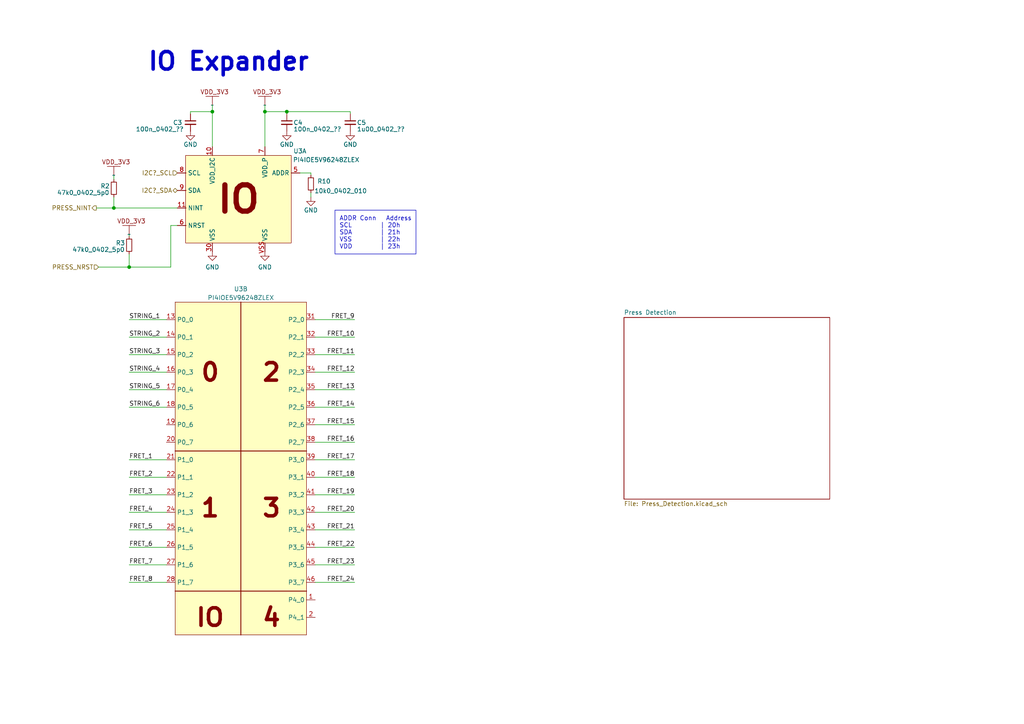
<source format=kicad_sch>
(kicad_sch (version 20250114) (generator "eeschema") (generator_version "9.0")
  (paper "A4")
  (title_block (title "Beacon Lite") (date "2025-04-13") (rev "1") (company "Beep Boop"))
  (lib_symbols
    (symbol "Beacon_Lite_Library:PI4IOE5V96248ZLEX"
      (property "Reference" "U" (at 26.035 3.175 0))
      (property "Value" "PI4IOE5V96248ZLEX" (at 34.925 1.27 0))
      (symbol "PI4IOE5V96248ZLEX_1_1"
        (rectangle (start -0.127 0) (end 30.48 -25.4) (fill (type background)))
        (text "IO" (at 15.24 -12.7 0) (effects (font (size 7.62 7.62) (bold yes))))
        (pin input line (at -2.54 -5.08 0) (length 2.54) (name "SCL") (number "8"))
        (pin bidirectional line (at -2.54 -10.16 0) (length 2.54) (name "SDA") (number "9"))
        (pin output line (at -2.54 -15.24 0) (length 2.54) (name "NINT") (number "11"))
        (pin input line (at -2.54 -20.32 0) (length 2.54) (name "NRST") (number "6"))
        (pin power_in line (at 7.62 2.54 270) (length 2.54) (name "VDD_I2C") (number "10"))
        (pin passive line (at 7.62 -27.94 90) (length 2.54) (name "VSS") (number "30"))
        (pin power_in line (at 22.86 2.54 270) (length 2.54) (name "VDD_P") (number "7"))
        (pin passive line (at 22.86 -27.94 90) (length 2.54) (name "VSS") (number "VSS"))
        (pin input line (at 33.02 -5.08 180) (length 2.54) (name "ADDR") (number "5"))
        (pin no_connect line (at 36.83 -20.32 180) (length 1.27) (hide yes) (name "NC") (number "3"))
        (pin no_connect line (at 36.83 -24.13 180) (length 1.27) (hide yes) (name "NC") (number "4"))
        (pin no_connect line (at 36.83 -27.94 180) (length 1.27) (hide yes) (name "NC") (number "12"))
        (pin no_connect line (at 36.83 -31.75 180) (length 1.27) (hide yes) (name "NC") (number "29"))
      )
      (symbol "PI4IOE5V96248ZLEX_2_1"
        (rectangle (start -0.127 0) (end 38.1 -96.52) (fill (type background)))
        (polyline (pts (xy 20.32 -83.82) (xy 20.32 0)) (stroke (width 0.254)))
        (polyline (pts (xy 38.1 -43.18) (xy 0 -43.18)) (stroke (width 0.254)))
        (polyline (pts (xy 38.1 -83.82) (xy 0 -83.82)) (stroke (width 0.254)))
        (text "0" (at 11.43 -20.32 0) (effects (font (size 5.08 5.08) (bold yes))))
        (text "1" (at 11.43 -59.69 0) (effects (font (size 5.08 5.08) (bold yes))))
        (text "IO" (at 11.43 -91.44 0) (effects (font (size 5.08 5.08) (bold yes))))
        (text "2" (at 27.94 -20.32 0) (effects (font (size 5.08 5.08) (bold yes))))
        (text "3" (at 27.94 -59.69 0) (effects (font (size 5.08 5.08) (bold yes))))
        (text "4" (at 27.94 -91.44 0) (effects (font (size 5.08 5.08) (bold yes))))
        (pin unspecified line (at -2.54 -5.08 0) (length 2.54) (name "P0_0") (number "13"))
        (pin unspecified line (at -2.54 -10.16 0) (length 2.54) (name "P0_1") (number "14"))
        (pin unspecified line (at -2.54 -15.24 0) (length 2.54) (name "P0_2") (number "15"))
        (pin unspecified line (at -2.54 -20.32 0) (length 2.54) (name "P0_3") (number "16"))
        (pin unspecified line (at -2.54 -25.4 0) (length 2.54) (name "P0_4") (number "17"))
        (pin unspecified line (at -2.54 -30.48 0) (length 2.54) (name "P0_5") (number "18"))
        (pin unspecified line (at -2.54 -35.56 0) (length 2.54) (name "P0_6") (number "19"))
        (pin unspecified line (at -2.54 -40.64 0) (length 2.54) (name "P0_7") (number "20"))
        (pin unspecified line (at -2.54 -45.72 0) (length 2.54) (name "P1_0") (number "21"))
        (pin unspecified line (at -2.54 -50.8 0) (length 2.54) (name "P1_1") (number "22"))
        (pin unspecified line (at -2.54 -55.88 0) (length 2.54) (name "P1_2") (number "23"))
        (pin unspecified line (at -2.54 -60.96 0) (length 2.54) (name "P1_3") (number "24"))
        (pin unspecified line (at -2.54 -66.04 0) (length 2.54) (name "P1_4") (number "25"))
        (pin unspecified line (at -2.54 -71.12 0) (length 2.54) (name "P1_5") (number "26"))
        (pin unspecified line (at -2.54 -76.2 0) (length 2.54) (name "P1_6") (number "27"))
        (pin unspecified line (at -2.54 -81.28 0) (length 2.54) (name "P1_7") (number "28"))
        (pin unspecified line (at 40.64 -40.64 180) (length 2.54) (name "P2_7") (number "38"))
        (pin unspecified line (at 40.64 -45.72 180) (length 2.54) (name "P3_0") (number "39"))
        (pin unspecified line (at 40.64 -50.8 180) (length 2.54) (name "P3_1") (number "40"))
        (pin unspecified line (at 40.64 -55.88 180) (length 2.54) (name "P3_2") (number "41"))
        (pin unspecified line (at 40.64 -60.96 180) (length 2.54) (name "P3_3") (number "42"))
        (pin unspecified line (at 40.64 -66.04 180) (length 2.54) (name "P3_4") (number "43"))
        (pin unspecified line (at 40.64 -71.12 180) (length 2.54) (name "P3_5") (number "44"))
        (pin unspecified line (at 40.64 -76.2 180) (length 2.54) (name "P3_6") (number "45"))
        (pin unspecified line (at 40.64 -81.28 180) (length 2.54) (name "P3_7") (number "46"))
        (pin unspecified line (at 40.64 -86.36 180) (length 2.54) (name "P4_0") (number "1"))
        (pin unspecified line (at 40.64 -91.44 180) (length 2.54) (name "P4_1") (number "2"))
        (pin unspecified line (at 40.7337 -4.9243 180) (length 2.54) (name "P2_0") (number "31"))
        (pin unspecified line (at 40.7337 -10.0043 180) (length 2.54) (name "P2_1") (number "32"))
        (pin unspecified line (at 40.7337 -15.0843 180) (length 2.54) (name "P2_2") (number "33"))
        (pin unspecified line (at 40.7337 -20.1643 180) (length 2.54) (name "P2_3") (number "34"))
        (pin unspecified line (at 40.7337 -25.2443 180) (length 2.54) (name "P2_4") (number "35"))
        (pin unspecified line (at 40.7337 -30.3243 180) (length 2.54) (name "P2_5") (number "36"))
        (pin unspecified line (at 40.7337 -35.4043 180) (length 2.54) (name "P2_6") (number "37"))
      )
    )
    (symbol "Beacon_Lite_Library:VDD_3V3"
      (symbol "VDD_3V3_0_0"
        (text "VDD_3V3" (at 0.635 3.81 0) (effects (font (size 1.27 1.27))))
      )
      (symbol "VDD_3V3_0_1"
        (polyline (pts (xy 0 2.54) (xy 0 0)))
        (polyline (pts (xy 1.905 2.54) (xy -1.905 2.54)))
      )
      (symbol "VDD_3V3_1_1"
        (pin power_in line (at 0 0 90) (length 2.54) (hide yes) (name "VDD_3V3") (number ""))
      )
    )
    (symbol "Device:C_Small" (pin_numbers (hide yes)) (pin_names (offset 0.254) (hide yes))
      (property "Reference" "C" (at 0.254 1.778 0))
      (property "Value" "C_Small" (at 0.254 -2.032 0))
      (symbol "C_Small_0_1"
        (polyline (pts (xy -1.524 0.508) (xy 1.524 0.508)) (stroke (width 0.3048)))
        (polyline (pts (xy -1.524 -0.508) (xy 1.524 -0.508)) (stroke (width 0.3302)))
      )
      (symbol "C_Small_1_1"
        (pin passive line (at 0 2.54 270) (length 2.032) (name "~") (number "1"))
        (pin passive line (at 0 -2.54 90) (length 2.032) (name "~") (number "2"))
      )
    )
    (symbol "Device:R_Small" (pin_numbers (hide yes)) (pin_names (offset 0.254) (hide yes))
      (property "Reference" "R" (at 0.762 0.508 0))
      (property "Value" "R_Small" (at 0.762 -1.016 0))
      (symbol "R_Small_0_1"
        (rectangle (start -0.762 1.778) (end 0.762 -1.778) (stroke (width 0.2032)))
      )
      (symbol "R_Small_1_1"
        (pin passive line (at 0 2.54 270) (length 0.762) (name "~") (number "1"))
        (pin passive line (at 0 -2.54 90) (length 0.762) (name "~") (number "2"))
      )
    )
    (symbol "PI4IOE5V96248ZLEX_1"
      (property "Reference" "U" (at 26.035 3.175 0))
      (property "Value" "PI4IOE5V96248ZLEX" (at 34.925 1.27 0))
      (symbol "PI4IOE5V96248ZLEX_1_1_1"
        (rectangle (start 0 0) (end 30.48 -25.4) (fill (type background)))
        (text "IO" (at 15.24 -12.7 0) (effects (font (size 7.62 7.62) (bold yes))))
        (pin input line (at -2.54 -5.08 0) (length 2.54) (name "SCL") (number "8"))
        (pin bidirectional line (at -2.54 -10.16 0) (length 2.54) (name "SDA") (number "9"))
        (pin output line (at -2.54 -15.24 0) (length 2.54) (name "NINT") (number "11"))
        (pin input line (at -2.54 -20.32 0) (length 2.54) (name "NRST") (number "6"))
        (pin power_in line (at 7.62 2.54 270) (length 2.54) (name "VDD_I2C") (number "10"))
        (pin passive line (at 7.62 -27.94 90) (length 2.54) (name "VSS") (number "30"))
        (pin power_in line (at 22.86 2.54 270) (length 2.54) (name "VDD_P") (number "7"))
        (pin passive line (at 22.86 -27.94 90) (length 2.54) (name "VSS") (number "VSS"))
        (pin input line (at 33.02 -5.08 180) (length 2.54) (name "ADDR") (number "5"))
        (pin no_connect line (at 36.83 -20.32 180) (length 1.27) (hide yes) (name "NC") (number "3"))
        (pin no_connect line (at 36.83 -24.13 180) (length 1.27) (hide yes) (name "NC") (number "4"))
        (pin no_connect line (at 36.83 -27.94 180) (length 1.27) (hide yes) (name "NC") (number "12"))
        (pin no_connect line (at 36.83 -31.75 180) (length 1.27) (hide yes) (name "NC") (number "29"))
      )
      (symbol "PI4IOE5V96248ZLEX_1_2_1"
        (rectangle (start 0 0) (end 38.1 -96.52) (fill (type background)))
        (polyline (pts (xy 19.05 -96.52) (xy 19.05 0)) (stroke (width 0.254)))
        (polyline (pts (xy 38.1 -43.18) (xy 0 -43.18)) (stroke (width 0.254)))
        (polyline (pts (xy 38.1 -83.82) (xy 0 -83.82)) (stroke (width 0.254)))
        (text "0" (at 10.16 -20.32 0) (effects (font (size 5.08 5.08) (bold yes))))
        (text "1" (at 10.16 -59.69 0) (effects (font (size 5.08 5.08) (bold yes))))
        (text "IO" (at 10.16 -91.44 0) (effects (font (size 5.08 5.08) (bold yes))))
        (text "2" (at 27.94 -20.32 0) (effects (font (size 5.08 5.08) (bold yes))))
        (text "3" (at 27.94 -59.69 0) (effects (font (size 5.08 5.08) (bold yes))))
        (text "4" (at 27.94 -91.44 0) (effects (font (size 5.08 5.08) (bold yes))))
        (pin unspecified line (at -2.54 -5.08 0) (length 2.54) (name "P0_0") (number "13"))
        (pin unspecified line (at -2.54 -10.16 0) (length 2.54) (name "P0_1") (number "14"))
        (pin unspecified line (at -2.54 -15.24 0) (length 2.54) (name "P0_2") (number "15"))
        (pin unspecified line (at -2.54 -20.32 0) (length 2.54) (name "P0_3") (number "16"))
        (pin unspecified line (at -2.54 -25.4 0) (length 2.54) (name "P0_4") (number "17"))
        (pin unspecified line (at -2.54 -30.48 0) (length 2.54) (name "P0_5") (number "18"))
        (pin unspecified line (at -2.54 -35.56 0) (length 2.54) (name "P0_6") (number "19"))
        (pin unspecified line (at -2.54 -40.64 0) (length 2.54) (name "P0_7") (number "20"))
        (pin unspecified line (at -2.54 -45.72 0) (length 2.54) (name "P1_0") (number "21"))
        (pin unspecified line (at -2.54 -50.8 0) (length 2.54) (name "P1_1") (number "22"))
        (pin unspecified line (at -2.54 -55.88 0) (length 2.54) (name "P1_2") (number "23"))
        (pin unspecified line (at -2.54 -60.96 0) (length 2.54) (name "P1_3") (number "24"))
        (pin unspecified line (at -2.54 -66.04 0) (length 2.54) (name "P1_4") (number "25"))
        (pin unspecified line (at -2.54 -71.12 0) (length 2.54) (name "P1_5") (number "26"))
        (pin unspecified line (at -2.54 -76.2 0) (length 2.54) (name "P1_6") (number "27"))
        (pin unspecified line (at -2.54 -81.28 0) (length 2.54) (name "P1_7") (number "28"))
        (pin unspecified line (at 40.64 -5.08 180) (length 2.54) (name "P2_0") (number "31"))
        (pin unspecified line (at 40.64 -10.16 180) (length 2.54) (name "P2_1") (number "32"))
        (pin unspecified line (at 40.64 -15.24 180) (length 2.54) (name "P2_2") (number "33"))
        (pin unspecified line (at 40.64 -20.32 180) (length 2.54) (name "P2_3") (number "34"))
        (pin unspecified line (at 40.64 -25.4 180) (length 2.54) (name "P2_4") (number "35"))
        (pin unspecified line (at 40.64 -30.48 180) (length 2.54) (name "P2_5") (number "36"))
        (pin unspecified line (at 40.64 -35.56 180) (length 2.54) (name "P2_6") (number "37"))
        (pin unspecified line (at 40.64 -40.64 180) (length 2.54) (name "P2_7") (number "38"))
        (pin unspecified line (at 40.64 -45.72 180) (length 2.54) (name "P3_0") (number "39"))
        (pin unspecified line (at 40.64 -50.8 180) (length 2.54) (name "P3_1") (number "40"))
        (pin unspecified line (at 40.64 -55.88 180) (length 2.54) (name "P3_2") (number "41"))
        (pin unspecified line (at 40.64 -60.96 180) (length 2.54) (name "P3_3") (number "42"))
        (pin unspecified line (at 40.64 -66.04 180) (length 2.54) (name "P3_4") (number "43"))
        (pin unspecified line (at 40.64 -71.12 180) (length 2.54) (name "P3_5") (number "44"))
        (pin unspecified line (at 40.64 -76.2 180) (length 2.54) (name "P3_6") (number "45"))
        (pin unspecified line (at 40.64 -81.28 180) (length 2.54) (name "P3_7") (number "46"))
        (pin unspecified line (at 40.64 -86.36 180) (length 2.54) (name "P4_0") (number "1"))
        (pin unspecified line (at 40.64 -91.44 180) (length 2.54) (name "P4_1") (number "2"))
      )
    )
    (symbol "power:GND" (power) (pin_names (offset 0))
      (property "Value" "GND" (at 0 -3.81 0))
      (symbol "GND_0_1"
        (polyline (pts (xy 0 0) (xy 0 -1.27) (xy 1.27 -1.27) (xy 0 -2.54) (xy -1.27 -1.27) (xy 0 -1.27)))
      )
      (symbol "GND_1_1"
        (pin power_in line (at 0 0 270) (length 0) (hide yes) (name "GND") (number "1"))
      )
    )
  )
  (rectangle (start 97.155 60.96) (end 120.65 73.66))
  (text "ADDR Conn   Address\nSCL 	  | 20h\nSDA		  | 21h\nVSS 	  | 22h\nVDD 	  | 23h" (at 98.425 72.39 0) (effects (font (size 1.27 1.27)) (justify left bottom)))
  (text "IO Expander" (at 42.545 20.955 0) (effects (font (size 5.08 5.08) (thickness 1.016) (bold yes)) (justify left bottom)))
  (junction (at 33.02 60.325))
  (junction (at 61.595 32.385))
  (junction (at 83.185 32.385))
  (junction (at 76.835 32.385))
  (junction (at 37.465 77.47))
  (wire (pts (xy 37.465 158.75) (xy 48.26 158.75)))
  (wire (pts (xy 37.465 163.83) (xy 48.26 163.83)))
  (wire (pts (xy 91.44 138.43) (xy 102.87 138.43)))
  (wire (pts (xy 91.44 148.59) (xy 102.87 148.59)))
  (wire (pts (xy 49.53 77.47) (xy 49.53 65.405)))
  (wire (pts (xy 37.465 97.79) (xy 48.26 97.79)))
  (wire (pts (xy 101.6 33.02) (xy 101.6 32.385)))
  (wire (pts (xy 91.44 133.35) (xy 102.87 133.35)))
  (wire (pts (xy 37.465 138.43) (xy 48.26 138.43)))
  (wire (pts (xy 90.17 57.15) (xy 90.17 55.88)))
  (wire (pts (xy 91.44 113.03) (xy 102.87 113.03)))
  (wire (pts (xy 27.94 60.325) (xy 33.02 60.325)))
  (wire (pts (xy 49.53 65.405) (xy 51.435 65.405)))
  (wire (pts (xy 91.44 123.19) (xy 102.87 123.19)))
  (wire (pts (xy 33.02 60.325) (xy 51.435 60.325)))
  (wire (pts (xy 91.44 118.11) (xy 102.87 118.11)))
  (wire (pts (xy 37.465 148.59) (xy 48.26 148.59)))
  (wire (pts (xy 91.44 128.27) (xy 102.87 128.27)))
  (wire (pts (xy 37.465 143.51) (xy 48.26 143.51)))
  (wire (pts (xy 37.465 102.87) (xy 48.26 102.87)))
  (wire (pts (xy 61.595 32.385) (xy 61.595 42.545)))
  (wire (pts (xy 91.44 158.75) (xy 102.87 158.75)))
  (wire (pts (xy 37.465 77.47) (xy 49.53 77.47)))
  (wire (pts (xy 90.17 50.8) (xy 90.17 50.165)))
  (wire (pts (xy 37.465 107.95) (xy 48.26 107.95)))
  (wire (pts (xy 91.44 143.51) (xy 102.87 143.51)))
  (wire (pts (xy 55.245 33.02) (xy 55.245 32.385)))
  (wire (pts (xy 91.44 92.71) (xy 102.87 92.71)))
  (wire (pts (xy 33.02 50.8) (xy 33.02 52.07)))
  (wire (pts (xy 83.185 32.385) (xy 101.6 32.385)))
  (wire (pts (xy 37.465 67.945) (xy 37.465 68.58)))
  (wire (pts (xy 91.44 107.95) (xy 102.87 107.95)))
  (wire (pts (xy 90.17 50.165) (xy 86.995 50.165)))
  (wire (pts (xy 33.02 57.15) (xy 33.02 60.325)))
  (wire (pts (xy 91.44 97.79) (xy 102.87 97.79)))
  (wire (pts (xy 76.835 32.385) (xy 83.185 32.385)))
  (wire (pts (xy 37.465 133.35) (xy 48.26 133.35)))
  (wire (pts (xy 55.245 32.385) (xy 61.595 32.385)))
  (wire (pts (xy 76.835 30.48) (xy 76.835 32.385)))
  (wire (pts (xy 37.465 153.67) (xy 48.26 153.67)))
  (wire (pts (xy 91.44 168.91) (xy 102.87 168.91)))
  (wire (pts (xy 61.595 30.48) (xy 61.595 32.385)))
  (wire (pts (xy 37.465 92.71) (xy 48.26 92.71)))
  (wire (pts (xy 91.44 102.87) (xy 102.87 102.87)))
  (wire (pts (xy 37.465 118.11) (xy 48.26 118.11)))
  (wire (pts (xy 76.835 32.385) (xy 76.835 42.545)))
  (wire (pts (xy 91.44 153.67) (xy 102.87 153.67)))
  (wire (pts (xy 37.465 113.03) (xy 48.26 113.03)))
  (wire (pts (xy 91.44 163.83) (xy 102.87 163.83)))
  (wire (pts (xy 83.185 32.385) (xy 83.185 33.02)))
  (wire (pts (xy 37.465 168.91) (xy 48.26 168.91)))
  (wire (pts (xy 37.465 73.66) (xy 37.465 77.47)))
  (wire (pts (xy 28.575 77.47) (xy 37.465 77.47)))
  (label "STRING_3" (at 37.465 102.87 0))
  (label "FRET_16" (at 102.87 128.27 180))
  (label "FRET_2" (at 37.465 138.43 0))
  (label "FRET_23" (at 102.87 163.83 180))
  (label "FRET_13" (at 102.87 113.03 180))
  (label "FRET_10" (at 102.87 97.79 180))
  (label "FRET_6" (at 37.465 158.75 0))
  (label "FRET_22" (at 102.87 158.75 180))
  (label "FRET_21" (at 102.87 153.67 180))
  (label "FRET_20" (at 102.87 148.59 180))
  (label "FRET_4" (at 37.465 148.59 0))
  (label "FRET_7" (at 37.465 163.83 0))
  (label "FRET_5" (at 37.465 153.67 0))
  (label "FRET_17" (at 102.87 133.35 180))
  (label "FRET_19" (at 102.87 143.51 180))
  (label "STRING_5" (at 37.465 113.03 0))
  (label "FRET_15" (at 102.87 123.19 180))
  (label "STRING_6" (at 37.465 118.11 0))
  (label "FRET_18" (at 102.87 138.43 180))
  (label "STRING_2" (at 37.465 97.79 0))
  (label "STRING_4" (at 37.465 107.95 0))
  (label "FRET_1" (at 37.465 133.35 0))
  (label "FRET_24" (at 102.87 168.91 180))
  (label "FRET_9" (at 102.87 92.71 180))
  (label "FRET_12" (at 102.87 107.95 180))
  (label "FRET_11" (at 102.87 102.87 180))
  (label "FRET_8" (at 37.465 168.91 0))
  (label "FRET_14" (at 102.87 118.11 180))
  (label "STRING_1" (at 37.465 92.71 0))
  (label "FRET_3" (at 37.465 143.51 0))
  (hierarchical_label "PRESS_NRST" (shape input) (at 28.575 77.47 180) (property "Intersheetrefs" "${INTERSHEET_REFS}" (effects (hide yes))))
  (hierarchical_label "I2C?_SDA" (shape bidirectional) (at 51.435 55.245 180) (property "Intersheetrefs" "${INTERSHEET_REFS}" (effects (hide yes))))
  (hierarchical_label "PRESS_NINT" (shape output) (at 27.94 60.325 180) (property "Intersheetrefs" "${INTERSHEET_REFS}" (effects (hide yes))))
  (hierarchical_label "I2C?_SCL" (shape input) (at 51.435 50.165 180) (property "Intersheetrefs" "${INTERSHEET_REFS}" (effects (hide yes))))
  (symbol (lib_id "power:GND") (at 83.185 38.1 0) (unit 1)
    (property "Reference" "#PWR07" (effects (hide yes)))
    (property "Value" "GND" (at 83.185 41.91 0))
  )
  (symbol (lib_id "power:GND") (at 90.17 57.15 0) (unit 1)
    (property "Reference" "#PWR08" (effects (hide yes)))
    (property "Value" "GND" (at 90.17 60.96 0))
  )
  (symbol (lib_id "Device:R_Small") (at 90.17 53.34 180) (unit 1)
    (property "Reference" "R10" (at 93.98 52.578 0))
    (property "Value" "10k0_0402_010" (at 98.806 55.372 0))
    (property "Footprint" "Footprint_Library:0402_1005Metric_Handsolder" (effects (hide yes)))
  )
  (symbol (lib_id "Beacon_Lite_Library:VDD_3V3") (at 61.595 30.48 0) (unit 1)
    (property "Reference" "#PWR12" (effects (hide yes)))
    (property "Value" "~" (at 61.595 30.48 0))
  )
  (symbol (lib_id "power:GND") (at 101.6 38.1 0) (unit 1)
    (property "Reference" "#PWR010" (effects (hide yes)))
    (property "Value" "GND" (at 101.6 41.91 0))
  )
  (symbol (lib_id "Device:R_Small") (at 37.465 71.12 180) (unit 1)
    (property "Reference" "R3" (at 34.925 70.485 0))
    (property "Value" "47k0_0402_5p0" (at 28.575 72.39 0))
    (property "Footprint" "Footprint_Library:0603_1608Metric_Handsolder" (effects (hide yes)))
    (instances (project "Beacon_Lite" (path "" (reference "R3") (unit 1))) (project "Beacon" (path "" (reference "R2204") (unit 1))) (project "Beacon_Multiboard" (path "" (reference "R504") (unit 1))))
  )
  (symbol (lib_id "Beacon_Lite_Library:VDD_3V3") (at 76.835 30.48 0) (unit 1)
    (property "Reference" "#PWR6" (effects (hide yes)))
    (property "Value" "~" (at 76.835 30.48 0))
  )
  (symbol (lib_id "power:GND") (at 61.595 73.025 0) (unit 1)
    (property "Reference" "#PWR04" (effects (hide yes)))
    (property "Value" "GND" (at 61.595 77.47 0))
  )
  (symbol (lib_id "power:GND") (at 76.835 73.025 0) (unit 1)
    (property "Reference" "#PWR05" (effects (hide yes)))
    (property "Value" "GND" (at 76.835 77.47 0))
  )
  (symbol (lib_id "Device:R_Small") (at 33.02 54.61 180) (unit 1)
    (property "Reference" "R2" (at 30.48 53.975 0))
    (property "Value" "47k0_0402_5p0" (at 24.13 55.88 0))
    (property "Footprint" "Footprint_Library:0603_1608Metric_Handsolder" (effects (hide yes)))
    (instances (project "Beacon_Lite" (path "" (reference "R2") (unit 1))) (project "Beacon" (path "" (reference "R2204") (unit 1))) (project "Beacon_Multiboard" (path "" (reference "R504") (unit 1))))
  )
  (symbol (lib_id "Device:C_Small") (at 101.6 35.56 0) (unit 1)
    (property "Reference" "C5" (at 103.505 35.56 0) (effects (justify left)))
    (property "Value" "1u00_0402_??" (at 103.505 37.465 0) (effects (justify left)))
  )
  (symbol (lib_id "Device:C_Small") (at 55.245 35.56 0) (unit 1)
    (property "Reference" "C3" (at 50.165 35.56 0) (effects (justify left)))
    (property "Value" "100n_0402_??" (at 39.37 37.465 0) (effects (justify left)))
  )
  (symbol (lib_id "Beacon_Lite_Library:VDD_3V3") (at 37.465 67.945 0) (unit 1)
    (property "Reference" "#PWR13" (effects (hide yes)))
    (property "Value" "~" (at 37.465 67.945 0))
  )
  (symbol (lib_name "PI4IOE5V96248ZLEX_1") (lib_id "Beacon_Lite_Library:PI4IOE5V96248ZLEX") (at 50.8 87.63 0) (unit 2)
    (property "Reference" "U3" (at 69.85 83.82 0))
    (property "Value" "PI4IOE5V96248ZLEX" (at 69.85 86.36 0))
    (property "Datasheet" "https://www.mouser.com/ProductDetail/Diodes-Incorporated/PI4IOE5V6534Q2ZLWEX?qs=HBWAp0VN4Ri1r7EUXWuRBg%3D%3D" (effects (hide yes)))
  )
  (symbol (lib_id "power:GND") (at 55.245 38.1 0) (unit 1)
    (property "Reference" "#PWR09" (effects (hide yes)))
    (property "Value" "GND" (at 55.245 41.91 0))
  )
  (symbol (lib_id "Beacon_Lite_Library:VDD_3V3") (at 33.02 50.8 0) (unit 1)
    (property "Reference" "#PWR11" (effects (hide yes)))
    (property "Value" "~" (at 33.02 50.8 0))
  )
  (symbol (lib_id "Beacon_Lite_Library:PI4IOE5V96248ZLEX") (at 53.975 45.085 0) (unit 1)
    (property "Reference" "U3" (at 86.995 43.815 0))
    (property "Value" "PI4IOE5V96248ZLEX" (at 94.615 46.355 0))
    (property "Datasheet" "https://www.mouser.com/ProductDetail/Diodes-Incorporated/PI4IOE5V6534Q2ZLWEX?qs=HBWAp0VN4Ri1r7EUXWuRBg%3D%3D" (effects (hide yes)))
  )
  (symbol (lib_id "Device:C_Small") (at 83.185 35.56 0) (unit 1)
    (property "Reference" "C4" (at 85.09 35.56 0) (effects (justify left)))
    (property "Value" "100n_0402_??" (at 85.09 37.465 0) (effects (justify left)))
  )
  (sheet (at 180.975 92.075) (size 59.69 52.705) (stroke (width 0.1524))
    (property "Sheetname" "Press Detection" (at 180.975 91.3634 0) (effects (justify left bottom)))
    (property "Sheetfile" "Press_Detection.kicad_sch" (at 180.975 145.3646 0) (effects (justify left top)))
  )
)
</source>
